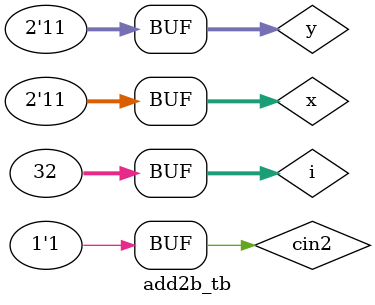
<source format=v>
module fac(
  input a, b ,cin,
  output s, cout
);

assign {cout, s} = a + b + cin;

endmodule


module add2b(
  input cin2,
  input [1:0]x, y,
  output cout2,
  output [1:0] s2
);

  wire f;
  
  
  fac fac1(
    .a(x[0]),
    .b(y[0]),
    .cin(cin2),
    .cout(f),
    .s(s2[0])
  );
  
  
  fac fac2(
    .a(x[1]),
    .b(y[1]),
    .cin(f),
    .cout(cout2),
    .s(s2[1])
  );
  
endmodule


module add2b_tb;
  reg [1:0] x, y;
  reg cin2;
  wire cout2;
  wire [1:0] s2;
  
  add2b add2b_i(
    .x(x),
    .y(y),
    .cin2(cin2),
    .cout2(cout2),
    .s2(s2)
  );
  
  integer i;
  
  initial begin
    {x, y, cin2} = 0;
    $display("Time\tx\ty\tcin\ts\tcout\t");
    $monitor("%0t\t%b\t%b\t%b\t%b\t%b\t", $time, x, y, cin2, s2, cout2);
    
     for(i=0; i<32; i=i+1) begin
        {x, y, cin2} = i;
        #10;
      end
  end
  
endmodule



</source>
